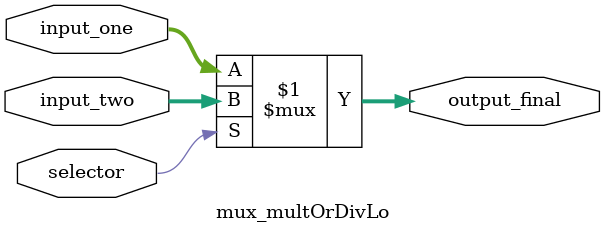
<source format=v>
  module mux_multOrDivLo (
  input wire         selector,
  input wire  [31:0] input_one,
  input wire  [31:0] input_two,
  output wire [31:0] output_final
);

  assign output_final = (selector) ? input_two : input_one;

  endmodule
</source>
